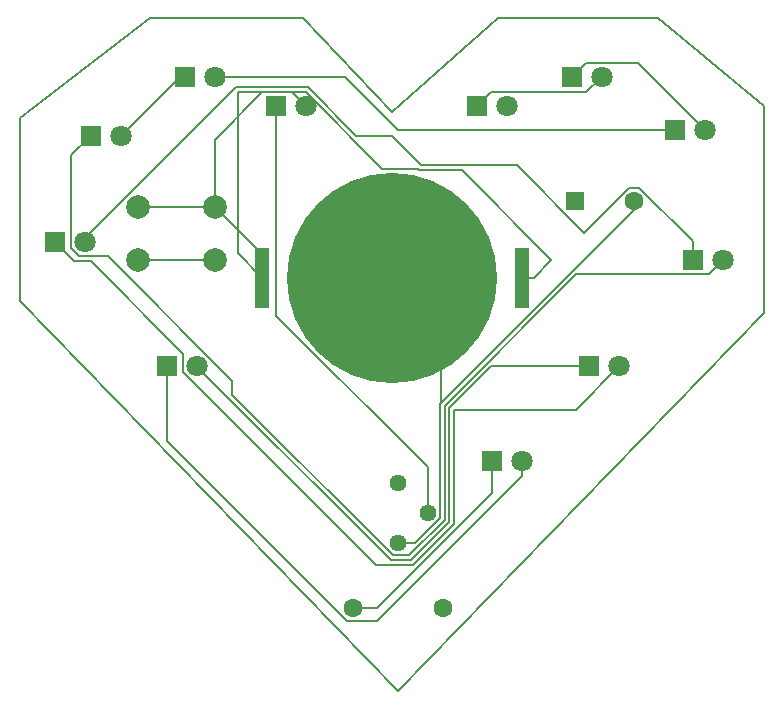
<source format=gbr>
%TF.GenerationSoftware,KiCad,Pcbnew,9.0.6*%
%TF.CreationDate,2025-11-30T08:55:57-05:00*%
%TF.ProjectId,project-solder,70726f6a-6563-4742-9d73-6f6c6465722e,rev?*%
%TF.SameCoordinates,Original*%
%TF.FileFunction,Copper,L1,Top*%
%TF.FilePolarity,Positive*%
%FSLAX46Y46*%
G04 Gerber Fmt 4.6, Leading zero omitted, Abs format (unit mm)*
G04 Created by KiCad (PCBNEW 9.0.6) date 2025-11-30 08:55:57*
%MOMM*%
%LPD*%
G01*
G04 APERTURE LIST*
G04 Aperture macros list*
%AMRoundRect*
0 Rectangle with rounded corners*
0 $1 Rounding radius*
0 $2 $3 $4 $5 $6 $7 $8 $9 X,Y pos of 4 corners*
0 Add a 4 corners polygon primitive as box body*
4,1,4,$2,$3,$4,$5,$6,$7,$8,$9,$2,$3,0*
0 Add four circle primitives for the rounded corners*
1,1,$1+$1,$2,$3*
1,1,$1+$1,$4,$5*
1,1,$1+$1,$6,$7*
1,1,$1+$1,$8,$9*
0 Add four rect primitives between the rounded corners*
20,1,$1+$1,$2,$3,$4,$5,0*
20,1,$1+$1,$4,$5,$6,$7,0*
20,1,$1+$1,$6,$7,$8,$9,0*
20,1,$1+$1,$8,$9,$2,$3,0*%
G04 Aperture macros list end*
%TA.AperFunction,NonConductor*%
%ADD10C,0.200000*%
%TD*%
%TA.AperFunction,ComponentPad*%
%ADD11R,1.800000X1.800000*%
%TD*%
%TA.AperFunction,ComponentPad*%
%ADD12C,1.800000*%
%TD*%
%TA.AperFunction,ComponentPad*%
%ADD13C,1.440000*%
%TD*%
%TA.AperFunction,ComponentPad*%
%ADD14C,1.600000*%
%TD*%
%TA.AperFunction,ComponentPad*%
%ADD15RoundRect,0.250000X-0.550000X-0.550000X0.550000X-0.550000X0.550000X0.550000X-0.550000X0.550000X0*%
%TD*%
%TA.AperFunction,SMDPad,CuDef*%
%ADD16R,1.270000X5.080000*%
%TD*%
%TA.AperFunction,SMDPad,CuDef*%
%ADD17C,17.800000*%
%TD*%
%TA.AperFunction,ComponentPad*%
%ADD18C,2.000000*%
%TD*%
%TA.AperFunction,Conductor*%
%ADD19C,0.200000*%
%TD*%
G04 APERTURE END LIST*
D10*
X147000000Y-98000000D02*
X116000000Y-130000000D01*
X138000000Y-73000000D02*
X147000000Y-80500000D01*
X115500000Y-81000000D02*
X124500000Y-73000000D01*
X108000000Y-73000000D02*
X115500000Y-81000000D01*
X124500000Y-73000000D02*
X138000000Y-73000000D01*
X84000000Y-97000000D02*
X84000000Y-81500000D01*
X147000000Y-80500000D02*
X147000000Y-98000000D01*
X116000000Y-130000000D02*
X84000000Y-97000000D01*
X84000000Y-81500000D02*
X95000000Y-73000000D01*
X95000000Y-73000000D02*
X108000000Y-73000000D01*
D11*
%TO.P,D11,1,K*%
%TO.N,Net-(D11-K)*%
X124000000Y-110500000D03*
D12*
%TO.P,D11,2,A*%
%TO.N,Net-(D10-K)*%
X126540000Y-110500000D03*
%TD*%
D13*
%TO.P,RV2,1,1*%
%TO.N,Net-(BT1--)*%
X116000000Y-117500000D03*
%TO.P,RV2,2,2*%
%TO.N,Net-(D4-K)*%
X118540000Y-114960000D03*
%TO.P,RV2,3,3*%
%TO.N,unconnected-(RV2-Pad3)*%
X116000000Y-112420000D03*
%TD*%
D11*
%TO.P,D6,1,K*%
%TO.N,Net-(D6-K)*%
X90000000Y-83000000D03*
D12*
%TO.P,D6,2,A*%
%TO.N,Net-(D5-K)*%
X92540000Y-83000000D03*
%TD*%
D14*
%TO.P,R1,1*%
%TO.N,Net-(D11-K)*%
X112190000Y-123000000D03*
%TO.P,R1,2*%
%TO.N,Net-(BT1--)*%
X119810000Y-123000000D03*
%TD*%
D11*
%TO.P,D10,1,K*%
%TO.N,Net-(D10-K)*%
X96500000Y-102500000D03*
D12*
%TO.P,D10,2,A*%
%TO.N,Net-(D10-A)*%
X99040000Y-102500000D03*
%TD*%
D11*
%TO.P,D8,1,K*%
%TO.N,Net-(D8-K)*%
X87000000Y-92000000D03*
D12*
%TO.P,D8,2,A*%
%TO.N,Net-(D7-K)*%
X89540000Y-92000000D03*
%TD*%
D11*
%TO.P,D5,1,K*%
%TO.N,Net-(D5-K)*%
X98000000Y-78000000D03*
D12*
%TO.P,D5,2,A*%
%TO.N,Net-(D3-K)*%
X100540000Y-78000000D03*
%TD*%
D11*
%TO.P,D3,1,K*%
%TO.N,Net-(D3-K)*%
X139460000Y-82500000D03*
D12*
%TO.P,D3,2,A*%
%TO.N,Net-(D2-K)*%
X142000000Y-82500000D03*
%TD*%
D15*
%TO.P,C1,1*%
%TO.N,Net-(D1-A)*%
X131000000Y-88500000D03*
D14*
%TO.P,C1,2*%
%TO.N,Net-(BT1--)*%
X136000000Y-88500000D03*
%TD*%
D11*
%TO.P,D4,1,K*%
%TO.N,Net-(D4-K)*%
X105725000Y-80500000D03*
D12*
%TO.P,D4,2,A*%
%TO.N,Net-(BT1-+)*%
X108265000Y-80500000D03*
%TD*%
D11*
%TO.P,D9,1,K*%
%TO.N,Net-(D10-A)*%
X132225000Y-102500000D03*
D12*
%TO.P,D9,2,A*%
%TO.N,Net-(D8-K)*%
X134765000Y-102500000D03*
%TD*%
D11*
%TO.P,D2,1,K*%
%TO.N,Net-(D2-K)*%
X130725000Y-78000000D03*
D12*
%TO.P,D2,2,A*%
%TO.N,Net-(D1-K)*%
X133265000Y-78000000D03*
%TD*%
D16*
%TO.P,BT1,1,+*%
%TO.N,Net-(BT1-+)*%
X104515000Y-95000000D03*
X126485000Y-95000000D03*
D17*
%TO.P,BT1,2,-*%
%TO.N,Net-(BT1--)*%
X115500000Y-95000000D03*
%TD*%
D18*
%TO.P,SW1,1,1*%
%TO.N,Net-(BT1-+)*%
X94000000Y-89000000D03*
X100500000Y-89000000D03*
%TO.P,SW1,2,2*%
%TO.N,Net-(D1-A)*%
X94000000Y-93500000D03*
X100500000Y-93500000D03*
%TD*%
D11*
%TO.P,D7,1,K*%
%TO.N,Net-(D7-K)*%
X141000000Y-93500000D03*
D12*
%TO.P,D7,2,A*%
%TO.N,Net-(D6-K)*%
X143540000Y-93500000D03*
%TD*%
D11*
%TO.P,D1,1,K*%
%TO.N,Net-(D1-K)*%
X122725000Y-80500000D03*
D12*
%TO.P,D1,2,A*%
%TO.N,Net-(D1-A)*%
X125265000Y-80500000D03*
%TD*%
D19*
%TO.N,Net-(D1-K)*%
X133265000Y-78000000D02*
X131966000Y-79299000D01*
X131966000Y-79299000D02*
X123926000Y-79299000D01*
X123926000Y-79299000D02*
X122725000Y-80500000D01*
%TO.N,Net-(BT1-+)*%
X108195371Y-79299000D02*
X114695371Y-85799000D01*
X102428208Y-92913208D02*
X102428208Y-79299000D01*
X102428208Y-79299000D02*
X108195371Y-79299000D01*
X117731900Y-85799000D02*
X117833900Y-85901000D01*
X100500000Y-83323000D02*
X100500000Y-89000000D01*
X127500000Y-95000000D02*
X126485000Y-95000000D01*
X114695371Y-85799000D02*
X117731900Y-85799000D01*
X104515000Y-95000000D02*
X104515000Y-93015000D01*
X104515000Y-95000000D02*
X102428208Y-92913208D01*
X108265000Y-80500000D02*
X107064000Y-79299000D01*
X100500000Y-89000000D02*
X94000000Y-89000000D01*
X129000000Y-93500000D02*
X127500000Y-95000000D01*
X104524000Y-79299000D02*
X100500000Y-83323000D01*
X121401000Y-85901000D02*
X129000000Y-93500000D01*
X117833900Y-85901000D02*
X121401000Y-85901000D01*
X104515000Y-93015000D02*
X100500000Y-89000000D01*
X107064000Y-79299000D02*
X104524000Y-79299000D01*
%TO.N,Net-(D2-K)*%
X136299000Y-76799000D02*
X131926000Y-76799000D01*
X131926000Y-76799000D02*
X130725000Y-78000000D01*
X142000000Y-82500000D02*
X136299000Y-76799000D01*
%TO.N,Net-(BT1--)*%
X119561000Y-115382913D02*
X117443913Y-117500000D01*
X136000000Y-89262000D02*
X119631000Y-105631000D01*
X136000000Y-88500000D02*
X136000000Y-89262000D01*
X117443913Y-117500000D02*
X116000000Y-117500000D01*
X119631000Y-105631000D02*
X119561000Y-105701000D01*
X119631000Y-99131000D02*
X115500000Y-95000000D01*
X119561000Y-105701000D02*
X119561000Y-115382913D01*
X119631000Y-105631000D02*
X119631000Y-99131000D01*
%TO.N,Net-(D1-A)*%
X94000000Y-93500000D02*
X100500000Y-93500000D01*
%TO.N,Net-(D3-K)*%
X116012179Y-82500000D02*
X111512179Y-78000000D01*
X139460000Y-82500000D02*
X116012179Y-82500000D01*
X111512179Y-78000000D02*
X100540000Y-78000000D01*
%TO.N,Net-(D4-K)*%
X105725000Y-80500000D02*
X105725000Y-98237179D01*
X118540000Y-111052179D02*
X118540000Y-114960000D01*
X105725000Y-98237179D02*
X118540000Y-111052179D01*
%TO.N,Net-(D5-K)*%
X92540000Y-83000000D02*
X97540000Y-78000000D01*
X97540000Y-78000000D02*
X98000000Y-78000000D01*
%TO.N,Net-(D6-K)*%
X88339000Y-92497471D02*
X88339000Y-84661000D01*
X115577087Y-118521000D02*
X102000000Y-104943913D01*
X116990013Y-118521000D02*
X115577087Y-118521000D01*
X119962000Y-105867100D02*
X119962000Y-115549013D01*
X91439471Y-93201000D02*
X89042529Y-93201000D01*
X143540000Y-93500000D02*
X142339000Y-94701000D01*
X131128100Y-94701000D02*
X119962000Y-105867100D01*
X119962000Y-115549013D02*
X116990013Y-118521000D01*
X88339000Y-84661000D02*
X90000000Y-83000000D01*
X102000000Y-104943913D02*
X102000000Y-103761529D01*
X142339000Y-94701000D02*
X131128100Y-94701000D01*
X102000000Y-103761529D02*
X91439471Y-93201000D01*
X89042529Y-93201000D02*
X88339000Y-92497471D01*
%TO.N,Net-(D7-K)*%
X141000000Y-93500000D02*
X141000000Y-91942950D01*
X141000000Y-91942950D02*
X136456050Y-87399000D01*
X115500000Y-83000000D02*
X112463471Y-83000000D01*
X112463471Y-83000000D02*
X108361471Y-78898000D01*
X135543950Y-87399000D02*
X131754129Y-91188821D01*
X126065308Y-85500000D02*
X118000000Y-85500000D01*
X118000000Y-85500000D02*
X115500000Y-83000000D01*
X89540000Y-91620108D02*
X89540000Y-92000000D01*
X131754129Y-91188821D02*
X126065308Y-85500000D01*
X136456050Y-87399000D02*
X135543950Y-87399000D01*
X102262108Y-78898000D02*
X89540000Y-91620108D01*
X108361471Y-78898000D02*
X102262108Y-78898000D01*
%TO.N,Net-(D8-K)*%
X120764000Y-106199300D02*
X120764000Y-115881213D01*
X114164529Y-119323000D02*
X97839000Y-102997471D01*
X134765000Y-102500000D02*
X131065700Y-106199300D01*
X117322213Y-119323000D02*
X114164529Y-119323000D01*
X88602000Y-93602000D02*
X87000000Y-92000000D01*
X131065700Y-106199300D02*
X120764000Y-106199300D01*
X97839000Y-101437000D02*
X90004000Y-93602000D01*
X97839000Y-102997471D02*
X97839000Y-101437000D01*
X120764000Y-115881213D02*
X117322213Y-119323000D01*
X90004000Y-93602000D02*
X88602000Y-93602000D01*
%TO.N,Net-(D10-A)*%
X120363000Y-115715113D02*
X117156113Y-118922000D01*
X115410987Y-118922000D02*
X99040000Y-102551013D01*
X120363000Y-106033200D02*
X120363000Y-115715113D01*
X123896200Y-102500000D02*
X120363000Y-106033200D01*
X117156113Y-118922000D02*
X115410987Y-118922000D01*
X99040000Y-102551013D02*
X99040000Y-102500000D01*
X132225000Y-102500000D02*
X123896200Y-102500000D01*
%TO.N,Net-(D10-K)*%
X96500000Y-108867050D02*
X96500000Y-102500000D01*
X126540000Y-111772792D02*
X114211792Y-124101000D01*
X114211792Y-124101000D02*
X111733950Y-124101000D01*
X111733950Y-124101000D02*
X96500000Y-108867050D01*
X126540000Y-110500000D02*
X126540000Y-111772792D01*
%TO.N,Net-(D11-K)*%
X114212313Y-123000000D02*
X124000000Y-113212313D01*
X124000000Y-113212313D02*
X124000000Y-110500000D01*
X112190000Y-123000000D02*
X114212313Y-123000000D01*
%TD*%
M02*

</source>
